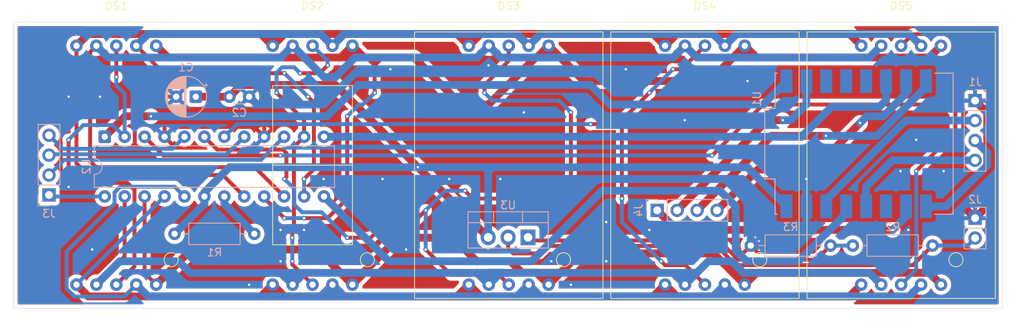
<source format=kicad_pcb>
(kicad_pcb (version 20241229) (generator "pcbnew") (generator_version "9.0")
  (layers (0 "F.Cu" signal) (2 "B.Cu" signal) (13 "F.Paste" user) (15 "B.Paste" user) (5 "F.SilkS" user "F.Silkscreen") (7 "B.SilkS" user "B.Silkscreen") (1 "F.Mask" user) (3 "B.Mask" user) (25 "Edge.Cuts" user))
  (net 0 "")
  (net 1 "GND")
  (net 2 "Net-(U2-V+)")
  (net 3 "Net-(DS1-B)")
  (net 4 "Net-(DS1-G)")
  (net 5 "Net-(DS1-DP)")
  (net 6 "Net-(U2-DIG_0)")
  (net 7 "Net-(DS1-C)")
  (net 8 "Net-(DS1-A)")
  (net 9 "Net-(DS1-F)")
  (net 10 "Net-(DS1-E)")
  (net 11 "Net-(DS1-D)")
  (net 12 "Net-(U2-DIG_1)")
  (net 13 "Net-(U2-DIG_2)")
  (net 14 "Net-(U2-DIG_3)")
  (net 15 "Net-(U2-DIG_4)")
  (net 16 "Net-(J1-Pin_3)")
  (net 17 "Net-(J1-Pin_2)")
  (net 18 "Net-(J1-Pin_4)")
  (net 19 "/1.5V")
  (net 20 "Net-(J3-Pin_1)")
  (net 21 "Net-(J3-Pin_2)")
  (net 22 "Net-(J3-Pin_3)")
  (net 23 "Net-(J3-Pin_4)")
  (net 24 "Net-(J4-Pin_3)")
  (net 25 "Net-(J4-Pin_4)")
  (net 26 "Net-(J4-Pin_1)")
  (net 27 "Net-(J4-Pin_2)")
  (net 28 "Net-(U2-ISET)")
  (net 29 "Net-(U3-ADJ)")
  (net 30 "Net-(U1-GPIO4)")
  (net 31 "Net-(U1-GPIO5)")
  (net 33 "Net-(U1-GPIO10)")
  (footprint "hannes_library:1106AW_1inch_7_segment" (layer "F.Cu") (at 86.08 88.24)
    (property "Reference" "DS1")
    (property "Value" "D1X8K-14BL")
  )
  (footprint "hannes_library:1106AW_1inch_7_segment" (layer "F.Cu") (at 161.08 88.24)
    (property "Reference" "DS4")
    (property "Value" "D1X8K-14BL")
  )
  (footprint "hannes_library:1106AW_1inch_7_segment" (layer "F.Cu") (at 186.08 88.24)
    (property "Reference" "DS5")
    (property "Value" "D1X8K-14BL")
  )
  (footprint "hannes_library:1106AW_1inch_7_segment" (layer "F.Cu") (at 111.08 88.24)
    (property "Reference" "DS2")
    (property "Value" "D1X8K-14BL")
  )
  (footprint "hannes_library:1106AW_1inch_7_segment" (layer "F.Cu") (at 136.08 88.24)
    (property "Reference" "DS3")
    (property "Value" "D1X8K-14BL")
  )
  (footprint "Resistor_THT:R_Axial_DIN0207_L6.3mm_D2.5mm_P10.16mm_Horizontal" (layer "B.Cu") (at 177.08 98.5 180)
    (property "Reference" "R3")
    (property "Value" "48R")
  )
  (footprint "Connector_PinHeader_2.54mm:PinHeader_1x04_P2.54mm_Vertical" (layer "B.Cu") (at 77.5 92.04)
    (property "Reference" "J3")
    (property "Value" "Conn_01x04_Pin")
  )
  (footprint "Resistor_THT:R_Axial_DIN0207_L6.3mm_D2.5mm_P10.16mm_Horizontal" (layer "B.Cu") (at 190.08 98.5 180)
    (property "Reference" "R2")
    (property "Value" "240R")
  )
  (footprint "Connector_PinHeader_2.54mm:PinHeader_1x02_P2.54mm_Vertical" (layer "B.Cu") (at 195.5 95 180)
    (property "Reference" "J2")
    (property "Value" "Conn_01x02_Pin")
  )
  (footprint "Package_DIP:DIP-24_W7.62mm" (layer "B.Cu") (at 84.600392 84.612277 -90)
    (property "Reference" "U2")
    (property "Value" "MAX7219")
  )
  (footprint "Capacitor_THT:CP_Radial_D5.0mm_P2.50mm" (layer "B.Cu") (at 96.205113 79.5 180)
    (property "Reference" "C1")
    (property "Value" "10uF")
  )
  (footprint "Resistor_THT:R_Axial_DIN0207_L6.3mm_D2.5mm_P10.16mm_Horizontal" (layer "B.Cu") (at 93.5 97)
    (property "Reference" "R1")
    (property "Value" "100K")
  )
  (footprint "Connector_PinHeader_2.54mm:PinHeader_1x04_P2.54mm_Vertical" (layer "B.Cu") (at 155 94 -90)
    (property "Reference" "J4")
    (property "Value" "Conn_01x04_Pin")
  )
  (footprint "Connector_PinHeader_2.54mm:PinHeader_1x04_P2.54mm_Vertical" (layer "B.Cu") (at 195.5 80 180)
    (property "Reference" "J1")
    (property "Value" "Conn_01x04_Pin")
  )
  (footprint "foots:MODULE_ESP32-C3_SUPERMINI" (layer "B.Cu") (at 181.36 85.5 -90)
    (property "Reference" "U1")
    (property "Value" "ESP32-C3_SUPERMINI_SMD")
  )
  (footprint "Capacitor_THT:C_Disc_D3.0mm_W1.6mm_P2.50mm" (layer "B.Cu") (at 100.5 79.5)
    (property "Reference" "C2")
    (property "Value" "100nF")
  )
  (footprint "Package_TO_SOT_THT:TO-220-3_Vertical" (layer "B.Cu") (at 138.54 97.45 180)
    (property "Reference" "U3")
    (property "Value" "LM317_TO-220")
  )
  (gr_rect (start 73 70) (end 199 106.5) (stroke (width 0.05)) (fill no) (layer "Edge.Cuts"))
  (segment (start 93.705113 79.5) (end 84 79.5) (width 0.5) (layer "F.Cu") (net 1))
  (segment (start 103 79.5) (end 104.920392 81.420392) (width 0.5) (layer "F.Cu") (net 1))
  (segment (start 191.75 91.25) (end 190.5 90) (width 1) (layer "F.Cu") (net 1))
  (segment (start 93.471392 83.361277) (end 103.669392 83.361277) (width 0.5) (layer "F.Cu") (net 1))
  (segment (start 197.051 93.449) (end 197.051 81.551) (width 1) (layer "F.Cu") (net 1))
  (segment (start 93.705113 79.5) (end 92.220392 80.984721) (width 0.5) (layer "F.Cu") (net 1))
  (segment (start 104.920392 81.420392) (end 104.920392 84.612277) (width 0.5) (layer "F.Cu") (net 1))
  (segment (start 88.5 83.5) (end 88.429392 83.570608) (width 0.5) (layer "F.Cu") (net 1))
  (segment (start 131.5 90) (end 128.5 90) (width 1) (layer "F.Cu") (net 1))
  (segment (start 92.220392 80.984721) (end 92.220392 84.612277) (width 0.5) (layer "F.Cu") (net 1))
  (segment (start 131.5 90) (end 121 79.5) (width 1) (layer "F.Cu") (net 1))
  (segment (start 195.5 95) (end 191.75 91.25) (width 1) (layer "F.Cu") (net 1))
  (segment (start 92.220392 84.612277) (end 93.471392 83.361277) (width 0.5) (layer "F.Cu") (net 1))
  (segment (start 88.429392 83.570608) (end 88.429392 86.070608) (width 0.5) (layer "F.Cu") (net 1))
  (segment (start 121 79.5) (end 121 76) (width 1) (layer "F.Cu") (net 1))
  (segment (start 195.5 95) (end 197.051 93.449) (width 1) (layer "F.Cu") (net 1))
  (segment (start 197.051 81.551) (end 195.5 80) (width 1) (layer "F.Cu") (net 1))
  (segment (start 190.5 90) (end 174 90) (width 1) (layer "F.Cu") (net 1))
  (segment (start 88.429392 86.070608) (end 88.25 86.25) (width 0.5) (layer "F.Cu") (net 1))
  (segment (start 103.669392 83.361277) (end 104.920392 84.612277) (width 0.5) (layer "F.Cu") (net 1))
  (segment (start 135 90) (end 131.5 90) (width 1) (layer "F.Cu") (net 1))
  (via (at 148.5 100.5) (size 0.6) (drill 0.3) (layers "F.Cu" "B.Cu") (net 1))
  (via (at 154 96.5) (size 0.6) (drill 0.3) (layers "F.Cu" "B.Cu") (net 1))
  (via (at 166.5 77.5) (size 0.6) (drill 0.3) (layers "F.Cu" "B.Cu") (net 1))
  (via (at 110 96.5) (size 0.6) (drill 0.3) (layers "F.Cu" "B.Cu") (net 1))
  (via (at 120 90) (size 0.6) (drill 0.3) (layers "F.Cu" "B.Cu") (net 1))
  (via (at 121 76) (size 0.6) (drill 0.3) (layers "F.Cu" "B.Cu") (net 1))
  (via (at 103 103.5) (size 0.6) (drill 0.3) (layers "F.Cu" "B.Cu") (net 1))
  (via (at 83 99) (size 0.6) (drill 0.3) (layers "F.Cu" "B.Cu") (net 1))
  (via (at 144 103.5) (size 0.6) (drill 0.3) (layers "F.Cu" "B.Cu") (net 1))
  (via (at 123 99) (size 0.6) (drill 0.3) (layers "F.Cu" "B.Cu") (net 1))
  (via (at 128.5 90) (size 0.6) (drill 0.3) (layers "F.Cu" "B.Cu") (net 1))
  (via (at 187 96.5) (size 0.6) (drill 0.3) (layers "F.Cu" "B.Cu") (net 1))
  (via (at 138 81.5) (size 0.6) (drill 0.3) (layers "F.Cu" "B.Cu") (net 1))
  (via (at 112.5 90) (size 0.6) (drill 0.3) (layers "F.Cu" "B.Cu") (net 1))
  (via (at 80 91) (size 0.6) (drill 0.3) (layers "F.Cu" "B.Cu") (net 1))
  (via (at 133.5 75.5) (size 0.6) (drill 0.3) (layers "F.Cu" "B.Cu") (net 1))
  (via (at 148.5 95.5) (size 0.6) (drill 0.3) (layers "F.Cu" "B.Cu") (net 1))
  (via (at 186 89) (size 0.6) (drill 0.3) (layers "F.Cu" "B.Cu") (net 1))
  (via (at 135 90) (size 0.6) (drill 0.3) (layers "F.Cu" "B.Cu") (net 1))
  (via (at 107 100.5) (size 0.6) (drill 0.3) (layers "F.Cu" "B.Cu") (net 1))
  (via (at 158.5 82.5) (size 0.6) (drill 0.3) (layers "F.Cu" "B.Cu") (net 1))
  (via (at 174 90) (size 0.6) (drill 0.3) (layers "F.Cu" "B.Cu") (net 1))
  (via (at 151 76) (size 0.6) (drill 0.3) (layers "F.Cu" "B.Cu") (net 1))
  (via (at 107 96.5) (size 0.6) (drill 0.3) (layers "F.Cu" "B.Cu") (net 1))
  (via (at 141.5 100.5) (size 0.6) (drill 0.3) (layers "F.Cu" "B.Cu") (net 1))
  (via (at 80 79.5) (size 0.6) (drill 0.3) (layers "F.Cu" "B.Cu") (net 1))
  (via (at 191.5 89) (size 0.6) (drill 0.3) (layers "F.Cu" "B.Cu") (net 1))
  (via (at 84 79.5) (size 0.6) (drill 0.3) (layers "F.Cu" "B.Cu") (net 1))
  (via (at 188 85) (size 0.6) (drill 0.3) (layers "F.Cu" "B.Cu") (net 1))
  (segment (start 166.92 92.42) (end 166.92 98.5) (width 1) (layer "B.Cu") (net 1))
  (segment (start 110 96.5) (end 107 96.5) (width 1) (layer "B.Cu") (net 1))
  (segment (start 117 76) (end 112.499 80.501) (width 1) (layer "B.Cu") (net 1))
  (segment (start 112.499 80.501) (end 104.001 80.501) (width 1) (layer "B.Cu") (net 1))
  (segment (start 135 90) (end 164.5 90) (width 1) (layer "B.Cu") (net 1))
  (segment (start 164.5 90) (end 166.92 92.42) (width 1) (layer "B.Cu") (net 1))
  (segment (start 121 76) (end 117 76) (width 1) (layer "B.Cu") (net 1))
  (segment (start 174 96) (end 171.5 98.5) (width 1) (layer "B.Cu") (net 1))
  (segment (start 174 93.485) (end 174 96) (width 1) (layer "B.Cu") (net 1))
  (segment (start 174 93.485) (end 174 90) (width 1) (layer "B.Cu") (net 1))
  (segment (start 104.001 80.501) (end 103 79.5) (width 1) (layer "B.Cu") (net 1))
  (segment (start 84 79.5) (end 80 79.5) (width 0.5) (layer "B.Cu") (net 1))
  (segment (start 171.5 98.5) (end 166.92 98.5) (width 1) (layer "B.Cu") (net 1))
  (segment (start 128.5 90) (end 120 90) (width 1) (layer "B.Cu") (net 1))
  (segment (start 102.001 77.999) (end 100.5 79.5) (width 1) (layer "F.Cu") (net 2))
  (segment (start 133.46 97.45) (end 114.009 77.999) (width 1) (layer "F.Cu") (net 2))
  (segment (start 100.5 79.5) (end 96.205113 79.5) (width 1) (layer "F.Cu") (net 2))
  (segment (start 114.009 77.999) (end 102.001 77.999) (width 1) (layer "F.Cu") (net 2))
  (via (at 124.5 88.5) (size 0.6) (drill 0.3) (layers "F.Cu" "B.Cu") (net 2))
  (segment (start 97.300392 92.232277) (end 97.300392 91.699608) (width 1) (layer "B.Cu") (net 2))
  (segment (start 133.46 88.96) (end 133 88.5) (width 1) (layer "B.Cu") (net 2))
  (segment (start 97.300392 91.699608) (end 100.5 88.5) (width 1) (layer "B.Cu") (net 2))
  (segment (start 133.54 88.96) (end 134 88.5) (width 1) (layer "B.Cu") (net 2))
  (segment (start 166.475 88.5) (end 171.46 93.485) (width 1) (layer "B.Cu") (net 2))
  (segment (start 124.5 88.5) (end 133 88.5) (width 1) (layer "B.Cu") (net 2))
  (segment (start 133.46 97.45) (end 133.46 88.96) (width 1) (layer "B.Cu") (net 2))
  (segment (start 133.46 88.96) (end 133.54 88.96) (width 1) (layer "B.Cu") (net 2))
  (segment (start 97.300392 92.232277) (end 97.300392 93.199608) (width 1) (layer "B.Cu") (net 2))
  (segment (start 134 88.5) (end 166.475 88.5) (width 1) (layer "B.Cu") (net 2))
  (segment (start 97.300392 93.199608) (end 93.5 97) (width 1) (layer "B.Cu") (net 2))
  (segment (start 100.5 88.5) (end 124.5 88.5) (width 1) (layer "B.Cu") (net 2))
  (segment (start 133 88.5) (end 134 88.5) (width 1) (layer "B.Cu") (net 2))
  (segment (start 167.661 74.501) (end 189.659 74.501) (width 1) (layer "F.Cu") (net 3))
  (segment (start 117.662 74.5) (end 119 74.5) (width 1) (layer "F.Cu") (net 3))
  (segment (start 107.5 95) (end 104.920392 92.420392) (width 0.5) (layer "F.Cu") (net 3))
  (segment (start 119 75.5) (end 118 74.5) (width 0.5) (layer "F.Cu") (net 3))
  (segment (start 91.16 73) (end 92.661 74.501) (width 1) (layer "F.Cu") (net 3))
  (segment (start 116.16 73) (end 117.661 74.501) (width 1) (layer "F.Cu") (net 3))
  (segment (start 124 74.5) (end 120 74.5) (width 1) (layer "F.Cu") (net 3))
  (segment (start 141.16 74.341) (end 141.16 73) (width 1) (layer "F.Cu") (net 3))
  (segment (start 141 74.501) (end 141.16 74.341) (width 1) (layer "F.Cu") (net 3))
  (segment (start 139.5 74.5) (end 133.5 80.5) (width 1) (layer "F.Cu") (net 3))
  (segment (start 142.661 74.501) (end 145.66 77.5) (width 1) (layer "F.Cu") (net 3))
  (segment (start 166.5 74.5) (end 166.16 74.16) (width 1) (layer "F.Cu") (net 3))
  (segment (start 189.659 74.501) (end 191.16 73) (width 1) (layer "F.Cu") (net 3))
  (segment (start 139.659 74.501) (end 139.658 74.5) (width 1) (layer "F.Cu") (net 3))
  (segment (start 141.16 73) (end 142.661 74.501) (width 1) (layer "F.Cu") (net 3))
  (segment (start 113 95) (end 110 95) (width 0.5) (layer "F.Cu") (net 3))
  (segment (start 167.661 74.501) (end 166.5 74.501) (width 1) (layer "F.Cu") (net 3))
  (segment (start 145.66 77.5) (end 161.66 77.5) (width 1) (layer "F.Cu") (net 3))
  (segment (start 119 75.5) (end 120 74.5) (width 0.5) (layer "F.Cu") (net 3))
  (segment (start 115.5 92.5) (end 113 95) (width 0.5) (layer "F.Cu") (net 3))
  (segment (start 119 74.5) (end 120 74.5) (width 1) (layer "F.Cu") (net 3))
  (segment (start 133.5 80.5) (end 130 80.5) (width 1) (layer "F.Cu") (net 3))
  (segment (start 166.5 74.501) (end 166.5 74.5) (width 1) (layer "F.Cu") (net 3))
  (segment (start 116 74.501) (end 116.16 74.341) (width 1) (layer "F.Cu") (net 3))
  (segment (start 142.661 74.501) (end 141 74.501) (width 1) (layer "F.Cu") (net 3))
  (segment (start 139.659 74.501) (end 141.16 73) (width 1) (layer "F.Cu") (net 3))
  (segment (start 92.661 74.501) (end 114.659 74.501) (width 1) (layer "F.Cu") (net 3))
  (segment (start 118 74.5) (end 117.662 74.5) (width 0.5) (layer "F.Cu") (net 3))
  (segment (start 114.659 74.501) (end 116.16 73) (width 1) (layer "F.Cu") (net 3))
  (segment (start 119 79) (end 119 75.5) (width 0.5) (layer "F.Cu") (net 3))
  (segment (start 104.920392 92.420392) (end 104.920392 92.232277) (width 0.5) (layer "F.Cu") (net 3))
  (segment (start 119 75.5) (end 119 74.5) (width 0.5) (layer "F.Cu") (net 3))
  (segment (start 116.16 74.341) (end 116.16 73) (width 1) (layer "F.Cu") (net 3))
  (segment (start 139.658 74.5) (end 139.5 74.5) (width 1) (layer "F.Cu") (net 3))
  (segment (start 130 80.5) (end 124 74.5) (width 1) (layer "F.Cu") (net 3))
  (segment (start 166.5 74.501) (end 164.659 74.501) (width 1) (layer "F.Cu") (net 3))
  (segment (start 166.16 73) (end 167.661 74.501) (width 1) (layer "F.Cu") (net 3))
  (segment (start 116 74.501) (end 114.659 74.501) (width 1) (layer "F.Cu") (net 3))
  (segment (start 166.16 74.16) (end 166.16 73) (width 1) (layer "F.Cu") (net 3))
  (segment (start 161.66 77.5) (end 164.659 74.501) (width 1) (layer "F.Cu") (net 3))
  (segment (start 117.661 74.501) (end 116 74.501) (width 1) (layer "F.Cu") (net 3))
  (segment (start 117.661 74.501) (end 117.662 74.5) (width 1) (layer "F.Cu") (net 3))
  (segment (start 115.5 82) (end 115.5 92.5) (width 0.5) (layer "F.Cu") (net 3))
  (segment (start 164.659 74.501) (end 166.16 73) (width 1) (layer "F.Cu") (net 3))
  (segment (start 141 74.501) (end 139.659 74.501) (width 1) (layer "F.Cu") (net 3))
  (via (at 115.5 82) (size 0.6) (drill 0.3) (layers "F.Cu" "B.Cu") (net 3))
  (via (at 110 95) (size 0.6) (drill 0.3) (layers "F.Cu" "B.Cu") (net 3))
  (via (at 119 79) (size 0.6) (drill 0.3) (layers "F.Cu" "B.Cu") (net 3))
  (via (at 107.5 95) (size 0.6) (drill 0.3) (layers "F.Cu" "B.Cu") (net 3))
  (segment (start 119 79) (end 117.5 80.5) (width 0.5) (layer "B.Cu") (net 3))
  (segment (start 117 80.5) (end 115.5 82) (width 0.5) (layer "B.Cu") (net 3))
  (segment (start 117.5 80.5) (end 117 80.5) (width 0.5) (layer "B.Cu") (net 3))
  (segment (start 110 95) (end 107.5 95) (width 0.5) (layer "B.Cu") (net 3))
  (segment (start 106 73) (end 107.501 71.499) (width 1) (layer "F.Cu") (net 4))
  (segment (start 154.499 71.499) (end 156 71.499) (width 1) (layer "F.Cu") (net 4))
  (segment (start 131 73) (end 132.501 71.499) (width 1) (layer "F.Cu") (net 4))
  (segment (start 131 71.499) (end 129.499 71.499) (width 1) (layer "F.Cu") (net 4))
  (segment (start 132.501 71.499) (end 154.499 71.499) (width 1) (layer "F.Cu") (net 4))
  (segment (start 156 73) (end 157.501 71.499) (width 1) (layer "F.Cu") (net 4))
  (segment (start 106 71.499) (end 104.499 71.499) (width 1) (layer "F.Cu") (net 4))
  (segment (start 106 73) (end 106 71.499) (width 1) (layer "F.Cu") (net 4))
  (segment (start 107.501 71.499) (end 129.499 71.499) (width 1) (layer "F.Cu") (net 4))
  (segment (start 131 71.499) (end 131 73) (width 1) (layer "F.Cu") (net 4))
  (segment (start 129.499 71.499) (end 131 73) (width 1) (layer "F.Cu") (net 4))
  (segment (start 82.5 89.5) (end 81 88) (width 0.5) (layer "F.Cu") (net 4))
  (segment (start 156 71.499) (end 156 73) (width 1) (layer "F.Cu") (net 4))
  (segment (start 156 71.499) (end 157.501 71.499) (width 1) (layer "F.Cu") (net 4))
  (segment (start 157.501 71.499) (end 179.499 71.499) (width 1) (layer "F.Cu") (net 4))
  (segment (start 107.501 71.499) (end 106 71.499) (width 1) (layer "F.Cu") (net 4))
  (segment (start 154.499 71.499) (end 156 73) (width 1) (layer "F.Cu") (net 4))
  (segment (start 179.499 71.499) (end 181 73) (width 1) (layer "F.Cu") (net 4))
  (segment (start 132.501 71.499) (end 131 71.499) (width 1) (layer "F.Cu") (net 4))
  (segment (start 82.501 71.499) (end 104.499 71.499) (width 1) (layer "F.Cu") (net 4))
  (segment (start 104.499 71.499) (end 106 73) (width 1) (layer "F.Cu") (net 4))
  (segment (start 81 88) (end 81 73) (width 0.5) (layer "F.Cu") (net 4))
  (segment (start 102.380392 92.232277) (end 99.648115 89.5) (width 0.5) (layer "F.Cu") (net 4))
  (segment (start 99.648115 89.5) (end 82.5 89.5) (width 0.5) (layer "F.Cu") (net 4))
  (segment (start 81 73) (end 82.501 71.499) (width 1) (layer "F.Cu") (net 4))
  (segment (start 116 101.979) (end 116.16 102.139) (width 1) (layer "F.Cu") (net 5))
  (segment (start 141.16 103.48) (end 142.661 101.979) (width 1) (layer "F.Cu") (net 5))
  (segment (start 136.300083 100.5) (end 132 100.5) (width 1) (layer "F.Cu") (net 5))
  (segment (start 116.16 103.48) (end 117.661 101.979) (width 1) (layer "F.Cu") (net 5))
  (segment (start 137.751083 101.951) (end 136.300083 100.5) (width 1) (layer "F.Cu") (net 5))
  (segment (start 167.661 101.979) (end 189.659 101.979) (width 1) (layer "F.Cu") (net 5))
  (segment (start 116.16 102.139) (end 116.16 103.48) (width 1) (layer "F.Cu") (net 5))
  (segment (start 142.661 101.979) (end 145.14 99.5) (width 1) (layer "F.Cu") (net 5))
  (segment (start 139.659 101.979) (end 139.631 101.951) (width 1) (layer "F.Cu") (net 5))
  (segment (start 111.68 99) (end 114.659 101.979) (width 1) (layer "F.Cu") (net 5))
  (segment (start 166.16 102.139) (end 166.16 103.48) (width 1) (layer "F.Cu") (net 5))
  (segment (start 117.661 101.979) (end 116 101.979) (width 1) (layer "F.Cu") (net 5))
  (segment (start 164.659 101.979) (end 166.16 103.48) (width 1) (layer "F.Cu") (net 5))
  (segment (start 189.659 101.979) (end 191.16 103.48) (width 1) (layer "F.Cu") (net 5))
  (segment (start 166.16 103.48) (end 167.661 101.979) (width 1) (layer "F.Cu") (net 5))
  (segment (start 117.661 101.839) (end 117.661 101.979) (width 1) (layer "F.Cu") (net 5))
  (segment (start 166 101.979) (end 164.659 101.979) (width 1) (layer "F.Cu") (net 5))
  (segment (start 116 101.979) (end 114.659 101.979) (width 1) (layer "F.Cu") (net 5))
  (segment (start 132 100.5) (end 129 97.5) (width 1) (layer "F.Cu") (net 5))
  (segment (start 141 101.979) (end 141 103.32) (width 1) (layer "F.Cu") (net 5))
  (segment (start 141 101.979) (end 139.659 101.979) (width 1) (layer "F.Cu") (net 5))
  (segment (start 139.659 101.979) (end 141.16 103.48) (width 1) (layer "F.Cu") (net 5))
  (segment (start 166 101.979) (end 166.16 102.139) (width 1) (layer "F.Cu") (net 5))
  (segment (start 122 97.5) (end 117.661 101.839) (width 1) (layer "F.Cu") (net 5))
  (segment (start 167.661 101.979) (end 166 101.979) (width 1) (layer "F.Cu") (net 5))
  (segment (start 95.64 99) (end 111.68 99) (width 1) (layer "F.Cu") (net 5))
  (segment (start 145.14 99.5) (end 162.18 99.5) (width 1) (layer "F.Cu") (net 5))
  (segment (start 89.680392 102.000392) (end 91.16 103.48) (width 0.5) (layer "F.Cu") (net 5))
  (segment (start 91.16 103.48) (end 95.64 99) (width 1) (layer "F.Cu") (net 5))
  (segment (start 114.659 101.979) (end 116.16 103.48) (width 1) (layer "F.Cu") (net 5))
  (segment (start 162.18 99.5) (end 164.659 101.979) (width 1) (layer "F.Cu") (net 5))
  (segment (start 141 103.32) (end 141.16 103.48) (width 1) (layer "F.Cu") (net 5))
  (segment (start 139.631 101.951) (end 137.751083 101.951) (width 1) (layer "F.Cu") (net 5))
  (segment (start 89.680392 92.232277) (end 89.680392 102.000392) (width 0.5) (layer "F.Cu") (net 5))
  (segment (start 142.661 101.979) (end 141 101.979) (width 1) (layer "F.Cu") (net 5))
  (segment (start 129 97.5) (end 122 97.5) (width 1) (layer "F.Cu") (net 5))
  (segment (start 87.5 90.5) (end 88.391392 91.391392) (width 0.5) (layer "F.Cu") (net 6))
  (segment (start 80 85) (end 80 88.5) (width 0.5) (layer "F.Cu") (net 6))
  (segment (start 88.391392 101.168608) (end 86.08 103.48) (width 0.5) (layer "F.Cu") (net 6))
  (segment (start 82 90.5) (end 87.5 90.5) (width 0.5) (layer "F.Cu") (net 6))
  (segment (start 88.391392 91.391392) (end 88.391392 101.168608) (width 0.5) (layer "F.Cu") (net 6))
  (segment (start 86.08 77) (end 86.08 73) (width 0.5) (layer "F.Cu") (net 6))
  (segment (start 80 88.5) (end 82 90.5) (width 0.5) (layer "F.Cu") (net 6))
  (via (at 86.08 77) (size 0.6) (drill 0.3) (layers "F.Cu" "B.Cu") (net 6))
  (via (at 80 85) (size 0.6) (drill 0.3) (layers "F.Cu" "B.Cu") (net 6))
  (segment (start 86.08 77) (end 86.08 78.08) (width 0.5) (layer "B.Cu") (net 6))
  (segment (start 81.881 83.119) (end 80 85) (width 0.5) (layer "B.Cu") (net 6))
  (segment (start 87.140392 84.612277) (end 85.647115 83.119) (width 0.5) (layer "B.Cu") (net 6))
  (segment (start 85.647115 83.119) (end 81.881 83.119) (width 0.5) (layer "B.Cu") (net 6))
  (segment (start 87.140392 79.140392) (end 87.140392 84.612277) (width 0.5) (layer "B.Cu") (net 6))
  (segment (start 86.08 78.08) (end 87.140392 79.140392) (width 0.5) (layer "B.Cu") (net 6))
  (segment (start 163.62 104.861) (end 163.62 103.48) (width 1) (layer "B.Cu") (net 7))
  (segment (start 138.62 103.48) (end 140.121 104.981) (width 1) (layer "B.Cu") (net 7))
  (segment (start 79.749 99.251) (end 79.749 103.998182) (width 0.5) (layer "B.Cu") (net 7))
  (segment (start 113.5 104.981) (end 112.119 104.981) (width 1) (layer "B.Cu") (net 7))
  (segment (start 140.121 104.981) (end 138.5 104.981) (width 1) (layer "B.Cu") (net 7))
  (segment (start 80.750818 105) (end 87.1 105) (width 0.5) (layer "B.Cu") (net 7))
  (segment (start 163.62 103.48) (end 165.121 104.981) (width 1) (layer "B.Cu") (net 7))
  (segment (start 165.121 104.981) (end 163.5 104.981) (width 1) (layer "B.Cu") (net 7))
  (segment (start 187.119 104.981) (end 188.62 103.48) (width 1) (layer "B.Cu") (net 7))
  (segment (start 112.119 104.981) (end 113.62 103.48) (width 1) (layer "B.Cu") (net 7))
  (segment (start 79.749 103.998182) (end 80.750818 105) (width 0.5) (layer "B.Cu") (net 7))
  (segment (start 94.760392 92.232277) (end 93.509392 90.981277) (width 0.5) (layer "B.Cu") (net 7))
  (segment (start 113.5 104.981) (end 113.62 104.861) (width 1) (layer "B.Cu") (net 7))
  (segment (start 138.62 104.861) (end 138.62 103.48) (width 1) (layer "B.Cu") (net 7))
  (segment (start 88.62 103.48) (end 90.121 104.981) (width 1) (layer "B.Cu") (net 7))
  (segment (start 138.5 104.981) (end 138.62 104.861) (width 1) (layer "B.Cu") (net 7))
  (segment (start 140.121 104.981) (end 162.119 104.981) (width 1) (layer "B.Cu") (net 7))
  (segment (start 138.5 104.981) (end 137.119 104.981) (width 1) (layer "B.Cu") (net 7))
  (segment (start 137.119 104.981) (end 138.62 103.48) (width 1) (layer "B.Cu") (net 7))
  (segment (start 93.509392 90.981277) (end 86.58421 90.981277) (width 0.5) (layer "B.Cu") (net 7))
  (segment (start 113.62 104.861) (end 113.62 103.48) (width 1) (layer "B.Cu") (net 7))
  (segment (start 165.121 104.981) (end 187.119 104.981) (width 1) (layer "B.Cu") (net 7))
  (segment (start 115.121 104.981) (end 137.119 104.981) (width 1) (layer "B.Cu") (net 7))
  (segment (start 162.119 104.981) (end 163.62 103.48) (width 1) (layer "B.Cu") (net 7))
  (segment (start 87.1 105) (end 88.62 103.48) (width 0.5) (layer "B.Cu") (net 7))
  (segment (start 85.851392 91.714095) (end 85.851392 93.148608) (width 0.5) (layer "B.Cu") (net 7))
  (segment (start 113.62 103.48) (end 115.121 104.981) (width 1) (layer "B.Cu") (net 7))
  (segment (start 86.58421 90.981277) (end 85.851392 91.714095) (width 0.5) (layer "B.Cu") (net 7))
  (segment (start 163.5 104.981) (end 163.62 104.861) (width 1) (layer "B.Cu") (net 7))
  (segment (start 90.121 104.981) (end 112.119 104.981) (width 1) (layer "B.Cu") (net 7))
  (segment (start 163.5 104.981) (end 162.119 104.981) (width 1) (layer "B.Cu") (net 7))
  (segment (start 85.851392 93.148608) (end 79.749 99.251) (width 0.5) (layer "B.Cu") (net 7))
  (segment (start 115.121 104.981) (end 113.5 104.981) (width 1) (layer "B.Cu") (net 7))
  (segment (start 107.5 76.5) (end 92.12 76.5) (width 0.5) (layer "F.Cu") (net 8))
  (segment (start 111.251392 88.749392) (end 111.251392 80.251392) (width 0.5) (layer "F.Cu") (net 8))
  (segment (start 92.12 76.5) (end 88.62 73) (width 0.5) (layer "F.Cu") (net 8))
  (segment (start 110.000392 90.000392) (end 111.251392 88.749392) (width 0.5) (layer "F.Cu") (net 8))
  (segment (start 111.251392 80.251392) (end 110.5 79.5) (width 0.5) (layer "F.Cu") (net 8))
  (via (at 107.5 76.5) (size 0.6) (drill 0.3) (layers "F.Cu" "B.Cu") (net 8))
  (via (at 110.5 79.5) (size 0.6) (drill 0.3) (layers "F.Cu" "B.Cu") (net 8))
  (via (at 110.000392 90.000392) (size 0.6) (drill 0.3) (layers "F.Cu" "B.Cu") (net 8))
  (segment (start 115.121 71.499) (end 137.119 71.499) (width 1) (layer "B.Cu") (net 8))
  (segment (start 113.62 73) (end 115.121 71.499) (width 1) (layer "B.Cu") (net 8))
  (segment (start 138.62 73) (end 140.121 71.499) (width 1) (layer "B.Cu") (net 8))
  (segment (start 163.62 73) (end 165.121 71.499) (width 1) (layer "B.Cu") (net 8))
  (segment (start 110.5 79.5) (end 107.5 76.5) (width 0.5) (layer "B.Cu") (net 8))
  (segment (start 140.121 71.499) (end 162.119 71.499) (width 1) (layer "B.Cu") (net 8))
  (segment (start 90.121 71.499) (end 112.119 71.499) (width 1) (layer "B.Cu") (net 8))
  (segment (start 137.119 71.499) (end 138.62 73) (width 1) (layer "B.Cu") (net 8))
  (segment (start 110 90) (end 110.000392 90.000392) (width 0.5) (layer "B.Cu") (net 8))
  (segment (start 88.62 73) (end 90.121 71.499) (width 1) (layer "B.Cu") (net 8))
  (segment (start 187.119 71.499) (end 188.62 73) (width 1) (layer "B.Cu") (net 8))
  (segment (start 112.119 71.499) (end 113.62 73) (width 1) (layer "B.Cu") (net 8))
  (segment (start 162.119 71.499) (end 163.62 73) (width 1) (layer "B.Cu") (net 8))
  (segment (start 165.121 71.499) (end 187.119 71.499) (width 1) (layer "B.Cu") (net 8))
  (segment (start 110.000392 92.232277) (end 110.000392 90.000392) (width 0.5) (layer "B.Cu") (net 8))
  (segment (start 107.460392 92.232277) (end 103.728115 88.5) (width 0.5) (layer "F.Cu") (net 9))
  (segment (start 82.740001 87.740001) (end 82.740001 73.799999) (width 0.5) (layer "F.Cu") (net 9))
  (segment (start 82.740001 73.799999) (end 83.54 73) (width 0.5) (layer "F.Cu") (net 9))
  (segment (start 83.5 88.5) (end 82.740001 87.740001) (width 0.5) (layer "F.Cu") (net 9))
  (segment (start 103.728115 88.5) (end 83.5 88.5) (width 0.5) (layer "F.Cu") (net 9))
  (segment (start 135.041 74.501) (end 157.039 74.501) (width 1) (layer "B.Cu") (net 9))
  (segment (start 83.54 73) (end 85.041 74.501) (width 1) (layer "B.Cu") (net 9))
  (segment (start 107.039 74.501) (end 108.54 73) (width 1) (layer "B.Cu") (net 9))
  (segment (start 114.001 77) (end 116.5 74.501) (width 1) (layer "B.Cu") (net 9))
  (segment (start 85.041 74.501) (end 107.039 74.501) (width 1) (layer "B.Cu") (net 9))
  (segment (start 158.54 73) (end 160.041 74.501) (width 1) (layer "B.Cu") (net 9))
  (segment (start 157.039 74.501) (end 158.54 73) (width 1) (layer "B.Cu") (net 9))
  (segment (start 160.041 74.501) (end 182.039 74.501) (width 1) (layer "B.Cu") (net 9))
  (segment (start 182.039 74.501) (end 183.54 73) (width 1) (layer "B.Cu") (net 9))
  (segment (start 132.039 74.501) (end 133.54 73) (width 1) (layer "B.Cu") (net 9))
  (segment (start 133.54 73) (end 135.041 74.501) (width 1) (layer "B.Cu") (net 9))
  (segment (start 108.54 73) (end 112.54 77) (width 1) (layer "B.Cu") (net 9))
  (segment (start 116.5 74.501) (end 132.039 74.501) (width 1) (layer "B.Cu") (net 9))
  (segment (start 112.54 77) (end 114.001 77) (width 1) (layer "B.Cu") (net 9))
  (segment (start 158 104.981) (end 179.499 104.981) (width 1) (layer "F.Cu") (net 10))
  (segment (start 81 103.48) (end 82.501 104.981) (width 1) (layer "F.Cu") (net 10))
  (segment (start 132.501 104.981) (end 154.499 104.981) (width 1) (layer "F.Cu") (net 10))
  (segment (start 106 104.981) (end 106 103.48) (width 1) (layer "F.Cu") (net 10))
  (segment (start 157.501 104.981) (end 158 104.981) (width 1) (layer "F.Cu") (net 10))
  (segment (start 156 104.981) (end 158 104.981) (width 1) (layer "F.Cu") (net 10))
  (segment (start 104.499 104.981) (end 106 103.48) (width 1) (layer "F.Cu") (net 10))
  (segment (start 131 103.48) (end 132.501 104.981) (width 1) (layer "F.Cu") (net 10))
  (segment (start 104.499 104.981) (end 106 104.981) (width 1) (layer "F.Cu") (net 10))
  (segment (start 156 103.48) (end 157.501 104.981) (width 1) (layer "F.Cu") (net 10))
  (segment (start 107.501 104.981) (end 129.499 104.981) (width 1) (layer "F.Cu") (net 10))
  (segment (start 154.499 104.981) (end 156 104.981) (width 1) (layer "F.Cu") (net 10))
  (segment (start 106 103.48) (end 107.501 104.981) (width 1) (layer "F.Cu") (net 10))
  (segment (start 106 104.981) (end 107.501 104.981) (width 1) (layer "F.Cu") (net 10))
  (segment (start 129.499 104.981) (end 131 104.981) (width 1) (layer "F.Cu") (net 10))
  (segment (start 129.499 104.981) (end 131 103.48) (width 1) (layer "F.Cu") (net 10))
  (segment (start 154.499 104.981) (end 156 103.48) (width 1) (layer "F.Cu") (net 10))
  (segment (start 82.501 104.981) (end 104.499 104.981) (width 1) (layer "F.Cu") (net 10))
  (segment (start 156 104.981) (end 156 103.48) (width 1) (layer "F.Cu") (net 10))
  (segment (start 131 104.981) (end 132.501 104.981) (width 1) (layer "F.Cu") (net 10))
  (segment (start 131 104.981) (end 131 103.48) (width 1) (layer "F.Cu") (net 10))
  (segment (start 179.499 104.981) (end 181 103.48) (width 1) (layer "F.Cu") (net 10))
  (segment (start 81 103.452669) (end 81 103.48) (width 0.5) (layer "B.Cu") (net 10))
  (segment (start 92.220392 92.232277) (end 81 103.452669) (width 0.5) (layer "B.Cu") (net 10))
  (segment (start 87.140392 99.879608) (end 83.54 103.48) (width 0.5) (layer "F.Cu") (net 11))
  (segment (start 87.140392 92.232277) (end 87.140392 99.879608) (width 0.5) (layer "F.Cu") (net 11))
  (segment (start 107.018 102) (end 106.642735 102) (width 1) (layer "B.Cu") (net 11))
  (segment (start 106.621735 101.979) (end 105.378265 101.979) (width 1) (layer "B.Cu") (net 11))
  (segment (start 133.54 103.48) (end 132.039 101.979) (width 1) (layer "B.Cu") (net 11))
  (segment (start 106.642735 102) (end 106.621735 101.979) (width 1) (layer "B.Cu") (net 11))
  (segment (start 133.5 101.979) (end 133.54 102.019) (width 1) (layer "B.Cu") (net 11))
  (segment (start 182.039 101.979) (end 166 101.979) (width 1) (layer "B.Cu") (net 11))
  (segment (start 157.039 101.979) (end 158.5 101.979) (width 1) (layer "B.Cu") (net 11))
  (segment (start 132.039 101.979) (end 136 101.979) (width 1) (layer "B.Cu") (net 11))
  (segment (start 160.041 101.979) (end 158.54 103.48) (width 1) (layer "B.Cu") (net 11))
  (segment (start 86.52 100.5) (end 83.54 103.48) (width 1) (layer "B.Cu") (net 11))
  (segment (start 105.378265 101.979) (end 105.357265 102) (width 1) (layer "B.Cu") (net 11))
  (segment (start 158.54 103.48) (end 157.039 101.979) (width 1) (layer "B.Cu") (net 11))
  (segment (start 158.5 101.979) (end 158.54 102.019) (width 1) (layer "B.Cu") (net 11))
  (segment (start 108.54 102.019) (end 108.54 103.48) (width 1) (layer "B.Cu") (net 11))
  (segment (start 132.039 101.979) (end 110.041 101.979) (width 1) (layer "B.Cu") (net 11))
  (segment (start 183.54 103.48) (end 182.039 101.979) (width 1) (layer "B.Cu") (net 11))
  (segment (start 133.5 101.979) (end 135.041 101.979) (width 1) (layer "B.Cu") (net 11))
  (segment (start 95.5 102) (end 94 100.5) (width 1) (layer "B.Cu") (net 11))
  (segment (start 105.357265 102) (end 95.5 102) (width 1) (layer "B.Cu") (net 11))
  (segment (start 94 100.5) (end 86.52 100.5) (width 1) (layer "B.Cu") (net 11))
  (segment (start 158.5 101.979) (end 160.041 101.979) (width 1) (layer "B.Cu") (net 11))
  (segment (start 166 101.979) (end 164.521 100.5) (width 1) (layer "B.Cu") (net 11))
  (segment (start 108.5 101.979) (end 110.041 101.979) (width 1) (layer "B.Cu") (net 11))
  (segment (start 164.521 100.5) (end 161.52 100.5) (width 1) (layer "B.Cu") (net 11))
  (segment (start 136 101.979) (end 135.041 101.979) (width 1) (layer "B.Cu") (net 11))
  (segment (start 107.039 101.979) (end 108.5 101.979) (width 1) (layer "B.Cu") (net 11))
  (segment (start 158.54 102.019) (end 158.54 103.48) (width 1) (layer "B.Cu") (net 11))
  (segment (start 135.041 101.979) (end 133.54 103.48) (width 1) (layer "B.Cu") (net 11))
  (segment (start 133.54 102.019) (end 133.54 103.48) (width 1) (layer "B.Cu") (net 11))
  (segment (start 161.52 100.5) (end 160.041 101.979) (width 1) (layer "B.Cu") (net 11))
  (segment (start 110.041 101.979) (end 108.54 103.48) (width 1) (layer "B.Cu") (net 11))
  (segment (start 108.54 103.48) (end 107.039 101.979) (width 1) (layer "B.Cu") (net 11))
  (segment (start 107.039 101.979) (end 107.018 102) (width 1) (layer "B.Cu") (net 11))
  (segment (start 108.5 101.979) (end 108.54 102.019) (width 1) (layer "B.Cu") (net 11))
  (segment (start 157.039 101.979) (end 136 101.979) (width 1) (layer "B.Cu") (net 11))
  (segment (start 113 75.5) (end 112.999 75.501) (width 0.5) (layer "F.Cu") (net 12))
  (segment (start 108.711392 85.901277) (end 110.000392 84.612277) (width 0.5) (layer "F.Cu") (net 12))
  (segment (start 110.000392 82.500392) (end 106.5 79) (width 0.5) (layer "F.Cu") (net 12))
  (segment (start 108.5 96.211392) (end 108.711392 96) (width 0.5) (layer "F.Cu") (net 12))
  (segment (start 110.000392 84.612277) (end 110.000392 82.500392) (width 0.5) (layer "F.Cu") (net 12))
  (segment (start 108.711392 96) (end 108.711392 85.901277) (width 0.5) (layer "F.Cu") (net 12))
  (segment (start 109.5 76.5) (end 112 76.5) (width 0.5) (layer "F.Cu") (net 12))
  (segment (start 108.5 97.5) (end 108.5 96.211392) (width 0.5) (layer "F.Cu") (net 12))
  (segment (start 108.5 100.9) (end 111.08 103.48) (width 0.5) (layer "F.Cu") (net 12))
  (segment (start 112 76.5) (end 112.999 75.501) (width 0.5) (layer "F.Cu") (net 12))
  (segment (start 108.5 100.5) (end 108.5 100.9) (width 0.5) (layer "F.Cu") (net 12))
  (via (at 108.5 97.5) (size 0.6) (drill 0.3) (layers "F.Cu" "B.Cu") (net 12))
  (via (at 106.5 79) (size 0.6) (drill 0.3) (layers "F.Cu" "B.Cu") (net 12))
  (via (at 112.999 75.501) (size 0.6) (drill 0.3) (layers "F.Cu" "B.Cu") (net 12))
  (via (at 109.5 76.5) (size 0.6) (drill 0.3) (layers "F.Cu" "B.Cu") (net 12))
  (via (at 108.5 100.5) (size 0.6) (drill 0.3) (layers "F.Cu" "B.Cu") (net 12))
  (segment (start 112.999 75.501) (end 112.999 74.919) (width 0.5) (layer "B.Cu") (net 12))
  (segment (start 112.999 74.919) (end 111.08 73) (width 0.5) (layer "B.Cu") (net 12))
  (segment (start 106.5 76.437925) (end 107.188925 75.749) (width 0.5) (layer "B.Cu") (net 12))
  (segment (start 106.5 79) (end 106.5 76.437925) (width 0.5) (layer "B.Cu") (net 12))
  (segment (start 107.188925 75.749) (end 108.749 75.749) (width 0.5) (layer "B.Cu") (net 12))
  (segment (start 108.5 100.5) (end 108.5 97.5) (width 0.5) (layer "B.Cu") (net 12))
  (segment (start 108.749 75.749) (end 109.5 76.5) (width 0.5) (layer "B.Cu") (net 12))
  (segment (start 115.5 97.5) (end 118.5 97.5) (width 0.5) (layer "F.Cu") (net 13))
  (segment (start 133 79) (end 133 78) (width 0.5) (layer "F.Cu") (net 13))
  (segment (start 128.729 102.229) (end 125.5 99) (width 0.5) (layer "F.Cu") (net 13))
  (segment (start 143 92.5) (end 131.5 92.5) (width 0.5) (layer "F.Cu") (net 13))
  (segment (start 134.829 102.229) (end 128.729 102.229) (width 0.5) (layer "F.Cu") (net 13))
  (segment (start 107.751 89.749) (end 107.5 90) (width 0.5) (layer "F.Cu") (net 13))
  (segment (start 97.300392 84.612277) (end 98.937115 86.249) (width 0.5) (layer "F.Cu") (net 13))
  (segment (start 107.311075 86.249) (end 107.751 86.688925) (width 0.5) (layer "F.Cu") (net 13))
  (segment (start 118.5 97.5) (end 120.5 95.5) (width 0.5) (layer "F.Cu") (net 13))
  (segment (start 144 91.5) (end 143 92.5) (width 0.5) (layer "F.Cu") (net 13))
  (segment (start 136.08 74.92) (end 136.08 73) (width 0.5) (layer "F.Cu") (net 13))
  (segment (start 124 95.5) (end 125.5 94) (width 0.5) (layer "F.Cu") (net 13))
  (segment (start 131.5 92.5) (end 130.5 91.5) (width 0.5) (layer "F.Cu") (net 13))
  (segment (start 120.5 95.5) (end 124 95.5) (width 0.5) (layer "F.Cu") (net 13))
  (segment (start 136.08 103.48) (end 134.829 102.229) (width 0.5) (layer "F.Cu") (net 13))
  (segment (start 98.937115 86.249) (end 107.311075 86.249) (width 0.5) (layer "F.Cu") (net 13))
  (segment (start 144 81.5) (end 144 91.5) (width 0.5) (layer "F.Cu") (net 13))
  (segment (start 133 78) (end 136.08 74.92) (width 0.5) (layer "F.Cu") (net 13))
  (segment (start 107.751 86.688925) (end 107.751 89.749) (width 0.5) (layer "F.Cu") (net 13))
  (via (at 130.5 91.5) (size 0.6) (drill 0.3) (layers "F.Cu" "B.Cu") (net 13))
  (via (at 144 81.5) (size 0.6) (drill 0.3) (layers "F.Cu" "B.Cu") (net 13))
  (via (at 107.5 90) (size 0.6) (drill 0.3) (layers "F.Cu" "B.Cu") (net 13))
  (via (at 115.5 97.5) (size 0.6) (drill 0.3) (layers "F.Cu" "B.Cu") (net 13))
  (via (at 125.5 99) (size 0.6) (drill 0.3) (layers "F.Cu" "B.Cu") (net 13))
  (via (at 133 79) (size 0.6) (drill 0.3) (layers "F.Cu" "B.Cu") (net 13))
  (via (at 125.5 94) (size 0.6) (drill 0.3) (layers "F.Cu" "B.Cu") (net 13))
  (segment (start 125.5 99) (end 125.5 94) (width 0.5) (layer "B.Cu") (net 13))
  (segment (start 108.749392 91.249392) (end 107.5 90) (width 0.5) (layer "B.Cu") (net 13))
  (segment (start 115.5 97.5) (end 112.249 94.249) (width 0.5) (layer "B.Cu") (net 13))
  (segment (start 142.5 80) (end 144 81.5) (width 0.5) (layer "B.Cu") (net 13))
  (segment (start 109.749 94.249) (end 108.749392 93.249392) (width 0.5) (layer "B.Cu") (net 13))
  (segment (start 134 80) (end 142.5 80) (width 0.5) (layer "B.Cu") (net 13))
  (segment (start 125.5 94) (end 128 91.5) (width 0.5) (layer "B.Cu") (net 13))
  (segment (start 133 79) (end 134 80) (width 0.5) (layer "B.Cu") (net 13))
  (segment (start 128 91.5) (end 130.5 91.5) (width 0.5) (layer "B.Cu") (net 13))
  (segment (start 112.249 94.249) (end 109.749 94.249) (width 0.5) (layer "B.Cu") (net 13))
  (segment (start 108.749392 93.249392) (end 108.749392 91.249392) (width 0.5) (layer "B.Cu") (net 13))
  (segment (start 158.08 76) (end 157 76) (width 0.5) (layer "F.Cu") (net 14))
  (segment (start 155.5 100.5) (end 156 101) (width 0.5) (layer "F.Cu") (net 14))
  (segment (start 156 101) (end 158.6 101) (width 0.5) (layer "F.Cu") (net 14))
  (segment (start 150.5 83.5) (end 150.5 83) (width 0.5) (layer "F.Cu") (net 14))
  (segment (start 150 83) (end 150.5 83.5) (width 0.5) (layer "F.Cu") (net 14))
  (segment (start 161.08 73) (end 158.08 76) (width 0.5) (layer "F.Cu") (net 14))
  (segment (start 150.5 83) (end 150.5 82.5) (width 0.5) (layer "F.Cu") (net 14))
  (segment (start 154 79) (end 150.5 82.5) (width 0.5) (layer "F.Cu") (net 14))
  (segment (start 150.5 82.5) (end 150 83) (width 0.5) (layer "F.Cu") (net 14))
  (segment (start 150.5 83) (end 150 83) (width 0.5) (layer "F.Cu") (net 14))
  (segment (start 150.5 92.5) (end 150.5 83.5) (width 0.5) (layer "F.Cu") (net 14))
  (segment (start 150 83) (end 146.5 83) (width 0.5) (layer "F.Cu") (net 14))
  (segment (start 158.6 101) (end 161.08 103.48) (width 0.5) (layer "F.Cu") (net 14))
  (via (at 155.5 100.5) (size 0.6) (drill 0.3) (layers "F.Cu" "B.Cu") (net 14))
  (via (at 157 76) (size 0.6) (drill 0.3) (layers "F.Cu" "B.Cu") (net 14))
  (via (at 154 79) (size 0.6) (drill 0.3) (layers "F.Cu" "B.Cu") (net 14))
  (via (at 150.5 92.5) (size 0.6) (drill 0.3) (layers "F.Cu" "B.Cu") (net 14))
  (via (at 146.5 83) (size 0.6) (drill 0.3) (layers "F.Cu" "B.Cu") (net 14))
  (segment (start 154.25 78.75) (end 154 79) (width 0.5) (layer "B.Cu") (net 14))
  (segment (start 150.5 92.5) (end 150.5 95.5) (width 0.5) (layer "B.Cu") (net 14))
  (segment (start 150.5 95.5) (end 155.5 100.5) (width 0.5) (layer "B.Cu") (net 14))
  (segment (start 99.840392 84.612277) (end 101.452669 83) (width 0.5) (layer "B.Cu") (net 14))
  (segment (start 130 83) (end 146.5 83) (width 0.5) (layer "B.Cu") (net 14))
  (segment (start 101.452669 83) (end 130 83) (width 0.5) (layer "B.Cu") (net 14))
  (segment (start 157 76) (end 154.25 78.75) (width 0.5) (layer "B.Cu") (net 14))
  (segment (start 187.58 71.5) (end 192 71.5) (width 0.5) (layer "F.Cu") (net 15))
  (segment (start 192 80.5) (end 193 81.5) (width 0.5) (layer "F.Cu") (net 15))
  (segment (start 89.680392 84.612277) (end 92.068115 87) (width 0.5) (layer "F.Cu") (net 15))
  (segment (start 192 80.5) (end 168.5 80.5) (width 0.5) (layer "F.Cu") (net 15))
  (segment (start 193 72.5) (end 193 79.5) (width 0.5) (layer "F.Cu") (net 15))
  (segment (start 193 79.5) (end 192 80.5) (width 0.5) (layer "F.Cu") (net 15))
  (segment (start 192.5 80.5) (end 193 80) (width 0.5) (layer "F.Cu") (net 15))
  (segment (start 192 80.5) (end 193 80.5) (width 0.5) (layer "F.Cu") (net 15))
  (segment (start 168.5 80.5) (end 162 87) (width 0.5) (layer "F.Cu") (net 15))
  (segment (start 92.068115 87) (end 107 87) (width 0.5) (layer "F.Cu") (net 15))
  (segment (start 186.08 73) (end 187.58 71.5) (width 0.5) (layer "F.Cu") (net 15))
  (segment (start 188 89) (end 193 84) (width 0.5) (layer "F.Cu") (net 15))
  (segment (start 192 80.5) (end 192.5 80.5) (width 0.5) (layer "F.Cu") (net 15))
  (segment (start 193 81.5) (end 193 81) (width 0.5) (layer "F.Cu") (net 15))
  (segment (start 193 80.5) (end 193 80) (width 0.5) (layer "F.Cu") (net 15))
  (segment (start 192 71.5) (end 193 72.5) (width 0.5) (layer "F.Cu") (net 15))
  (segment (start 192.5 80.5) (end 193 81) (width 0.5) (layer "F.Cu") (net 15))
  (segment (start 193 84) (end 193 81.5) (width 0.5) (layer "F.Cu") (net 15))
  (segment (start 193 81) (end 193 80.5) (width 0.5) (layer "F.Cu") (net 15))
  (segment (start 193 80) (end 193 79.5) (width 0.5) (layer "F.Cu") (net 15))
  (via (at 162 87) (size 0.6) (drill 0.3) (layers "F.Cu" "B.Cu") (net 15))
  (via (at 188 89) (size 0.6) (drill 0.3) (layers "F.Cu" "B.Cu") (net 15))
  (via (at 107 87) (size 0.6) (drill 0.3) (layers "F.Cu" "B.Cu") (net 15))
  (segment (start 188 101.56) (end 188 89) (width 0.5) (layer "B.Cu") (net 15))
  (segment (start 107 87) (end 162 87) (width 0.5) (layer "B.Cu") (net 15))
  (segment (start 186.08 103.48) (end 188 101.56) (width 0.5) (layer "B.Cu") (net 15))
  (segment (start 197.051 88.262446) (end 191.828446 93.485) (width 1) (layer "B.Cu") (net 16))
  (segment (start 191.828446 93.485) (end 189.24 93.485) (width 1) (layer "B.Cu") (net 16))
  (segment (start 197.051 86.631) (end 197.051 88.262446) (width 1) (layer "B.Cu") (net 16))
  (segment (start 195.5 85.08) (end 197.051 86.631) (width 1) (layer "B.Cu") (net 16))
  (segment (start 176.54 92.65847) (end 186.65847 82.54) (width 1) (layer "B.Cu") (net 17))
  (segment (start 186.65847 82.54) (end 195.5 82.54) (width 1) (layer "B.Cu") (net 17))
  (segment (start 176.54 93.485) (end 176.54 92.65847) (width 1) (layer "B.Cu") (net 17))
  (segment (start 184.9725 87.62) (end 181.62 90.9725) (width 1) (layer "B.Cu") (net 18))
  (segment (start 181.62 90.9725) (end 181.62 93.485) (width 1) (layer "B.Cu") (net 18))
  (segment (start 195.5 87.62) (end 184.9725 87.62) (width 1) (layer "B.Cu") (net 18))
  (segment (start 187.58 101) (end 165.024918 101) (width 0.5) (layer "F.Cu") (net 19))
  (segment (start 140.951 98.549) (end 140 99.5) (width 0.5) (layer "F.Cu") (net 19))
  (segment (start 165.024918 101) (end 162.573917 98.549) (width 0.5) (layer "F.Cu") (net 19))
  (segment (start 140 99.5) (end 136.645 99.5) (width 0.5) (layer "F.Cu") (net 19))
  (segment (start 136.645 99.5) (end 136 98.855) (width 0.5) (layer "F.Cu") (net 19))
  (segment (start 162.573917 98.549) (end 140.951 98.549) (width 0.5) (layer "F.Cu") (net 19))
  (segment (start 190.08 98.5) (end 187.58 101) (width 0.5) (layer "F.Cu") (net 19))
  (segment (start 136 98.855) (end 136 97.45) (width 0.5) (layer "F.Cu") (net 19))
  (segment (start 194.54 98.5) (end 195.5 97.54) (width 0.5) (layer "B.Cu") (net 19))
  (segment (start 190.08 98.5) (end 194.54 98.5) (width 0.5) (layer "B.Cu") (net 19))
  (segment (start 84.600392 92.232277) (end 77.692277 92.232277) (width 0.5) (layer "B.Cu") (net 20))
  (segment (start 77.692277 92.232277) (end 77.5 92.04) (width 0.5) (layer "B.Cu") (net 20))
  (segment (start 79.451 87.549) (end 104.523669 87.549) (width 0.5) (layer "B.Cu") (net 21))
  (segment (start 77.5 89.5) (end 79.451 87.549) (width 0.5) (layer "B.Cu") (net 21))
  (segment (start 104.523669 87.549) (end 107.460392 84.612277) (width 0.5) (layer "B.Cu") (net 21))
  (segment (start 77.612 86.848) (end 77.5 86.96) (width 0.5) (layer "B.Cu") (net 22))
  (segment (start 102.380392 84.612277) (end 100.144669 86.848) (width 0.5) (layer "B.Cu") (net 22))
  (segment (start 77.5 86.96) (end 77.54 87) (width 0.5) (layer "B.Cu") (net 22))
  (segment (start 100.144669 86.848) (end 77.612 86.848) (width 0.5) (layer "B.Cu") (net 22))
  (segment (start 79.227 86.147) (end 93.225669 86.147) (width 0.5) (layer "B.Cu") (net 23))
  (segment (start 77.5 84.42) (end 79.227 86.147) (width 0.5) (layer "B.Cu") (net 23))
  (segment (start 93.225669 86.147) (end 94.760392 84.612277) (width 0.5) (layer "B.Cu") (net 23))
  (segment (start 169.58 84.5) (end 176.5 84.5) (width 1) (layer "F.Cu") (net 24))
  (segment (start 160.27 94) (end 160.08 94) (width 1) (layer "F.Cu") (net 24))
  (segment (start 160.08 94) (end 169.58 84.5) (width 1) (layer "F.Cu") (net 24))
  (via (at 176.5 84.5) (size 0.6) (drill 0.3) (layers "F.Cu" "B.Cu") (net 24))
  (segment (start 189.24 78.26) (end 183 84.5) (width 1) (layer "B.Cu") (net 24))
  (segment (start 183 84.5) (end 176.5 84.5) (width 1) (layer "B.Cu") (net 24))
  (segment (start 189.24 77.515) (end 189.24 78.26) (width 1) (layer "B.Cu") (net 24))
  (segment (start 174.89947 88.799) (end 180.849235 82.849235) (width 1) (layer "F.Cu") (net 25))
  (segment (start 162.62 94) (end 167.821 88.799) (width 1) (layer "F.Cu") (net 25))
  (segment (start 167.821 88.799) (end 174.89947 88.799) (width 1) (layer "F.Cu") (net 25))
  (segment (start 162.81 94) (end 162.62 94) (width 1) (layer "F.Cu") (net 25))
  (via (at 180.849235 82.849235) (size 0.6) (drill 0.3) (layers "F.Cu" "B.Cu") (net 25))
  (segment (start 181.69847 82) (end 183.80153 82) (width 1) (layer "B.Cu") (net 25))
  (segment (start 180.849235 82.849235) (end 181.69847 82) (width 1) (layer "B.Cu") (net 25))
  (segment (start 186.7 79.10153) (end 186.7 77.515) (width 1) (layer "B.Cu") (net 25))
  (segment (start 183.80153 82) (end 186.7 79.10153) (width 1) (layer "B.Cu") (net 25))
  (segment (start 155 94) (end 157.5 96.5) (width 1) (layer "F.Cu") (net 26))
  (segment (start 157.5 96.5) (end 185 96.5) (width 1) (layer "F.Cu") (net 26))
  (via (at 185 96.5) (size 0.6) (drill 0.3) (layers "F.Cu" "B.Cu") (net 26))
  (segment (start 186.7 94.8) (end 186.7 93.485) (width 1) (layer "B.Cu") (net 26))
  (segment (start 185 96.5) (end 186.7 94.8) (width 1) (layer "B.Cu") (net 26))
  (segment (start 157.54 94) (end 169.04 82.5) (width 1) (layer "F.Cu") (net 27))
  (segment (start 157.54 94) (end 157.73 94) (width 1) (layer "F.Cu") (net 27))
  (segment (start 169.04 82.5) (end 171 82.5) (width 1) (layer "F.Cu") (net 27))
  (via (at 171 82.5) (size 0.6) (drill 0.3) (layers "F.Cu" "B.Cu") (net 27))
  (segment (start 174 80.5) (end 174 77.515) (width 1) (layer "B.Cu") (net 27))
  (segment (start 171 82.5) (end 172 82.5) (width 1) (layer "B.Cu") (net 27))
  (segment (start 172 82.5) (end 174 80.5) (width 1) (layer "B.Cu") (net 27))
  (segment (start 99.840392 93.180392) (end 99.840392 92.232277) (width 1) (layer "B.Cu") (net 28))
  (segment (start 103.66 97) (end 99.840392 93.180392) (width 1) (layer "B.Cu") (net 28))
  (segment (start 162.864281 97.848) (end 138.938 97.848) (width 0.5) (layer "F.Cu") (net 29))
  (segment (start 175.281 100.299) (end 165.315282 100.299) (width 0.5) (layer "F.Cu") (net 29))
  (segment (start 138.938 97.848) (end 138.54 97.45) (width 0.5) (layer "F.Cu") (net 29))
  (segment (start 177.08 98.5) (end 175.281 100.299) (width 0.5) (layer "F.Cu") (net 29))
  (segment (start 165.315282 100.299) (end 162.864281 97.848) (width 0.5) (layer "F.Cu") (net 29))
  (segment (start 177.08 98.5) (end 179.92 98.5) (width 0.5) (layer "B.Cu") (net 29))
  (segment (start 165 99.101368) (end 165 93.5) (width 1) (layer "B.Cu") (net 30))
  (segment (start 179.08 93.485) (end 179.08 94.42) (width 1) (layer "B.Cu") (net 30))
  (segment (start 179.08 94.42) (end 176.501 96.999) (width 1) (layer "B.Cu") (net 30))
  (segment (start 166.398632 100.5) (end 165 99.101368) (width 1) (layer "B.Cu") (net 30))
  (segment (start 120.808115 100.5) (end 112.540392 92.232277) (width 1) (layer "B.Cu") (net 30))
  (segment (start 173 100.5) (end 166.398632 100.5) (width 1) (layer "B.Cu") (net 30))
  (segment (start 176.501 96.999) (end 176.458265 96.999) (width 1) (layer "B.Cu") (net 30))
  (segment (start 148 91.5) (end 139 100.5) (width 1) (layer "B.Cu") (net 30))
  (segment (start 139 100.5) (end 120.808115 100.5) (width 1) (layer "B.Cu") (net 30))
  (segment (start 175.579 97.878265) (end 175.579 97.921) (width 1) (layer "B.Cu") (net 30))
  (segment (start 176.458265 96.999) (end 175.579 97.878265) (width 1) (layer "B.Cu") (net 30))
  (segment (start 175.579 97.921) (end 173 100.5) (width 1) (layer "B.Cu") (net 30))
  (segment (start 165 93.5) (end 163 91.5) (width 1) (layer "B.Cu") (net 30))
  (segment (start 163 91.5) (end 148 91.5) (width 1) (layer "B.Cu") (net 30))
  (segment (start 90.5 82) (end 87.212669 82) (width 1) (layer "F.Cu") (net 31))
  (segment (start 87.212669 82) (end 84.600392 84.612277) (width 1) (layer "F.Cu") (net 31))
  (via (at 90.5 82) (size 0.6) (drill 0.3) (layers "F.Cu" "B.Cu") (net 31))
  (segment (start 168.5 80.5) (end 171.5 77.5) (width 1) (layer "B.Cu") (net 31))
  (segment (start 90.5 82) (end 112.915628 82) (width 1) (layer "B.Cu") (net 31))
  (segment (start 146.5 78) (end 149 80.5) (width 1) (layer "B.Cu") (net 31))
  (segment (start 116.915628 78) (end 146.5 78) (width 1) (layer "B.Cu") (net 31))
  (segment (start 149 80.5) (end 168.5 80.5) (width 1) (layer "B.Cu") (net 31))
  (segment (start 112.915628 82) (end 116.915628 78) (width 1) (layer "B.Cu") (net 31))
  (segment (start 177.201 80.799) (end 173.387723 84.612277) (width 1) (layer "B.Cu") (net 33))
  (segment (start 184.16 77.515) (end 184.16 79.94306) (width 1) (layer "B.Cu") (net 33))
  (segment (start 183.30406 80.799) (end 177.201 80.799) (width 1) (layer "B.Cu") (net 33))
  (segment (start 184.16 79.94306) (end 183.30406 80.799) (width 1) (layer "B.Cu") (net 33))
  (segment (start 173.387723 84.612277) (end 112.540392 84.612277) (width 1) (layer "B.Cu") (net 33))
  (zone (net 1) (net_name "GND") (layers "F.Cu" "B.Cu") (connect_pads (clearance 0.5)) (min_thickness 0.25) (fill yes (thermal_gap 0.5) (thermal_bridge_width 0.5))
    (polygon (pts (xy 73 70) (xy 73 106.5) (xy 199 106.5) (xy 199 70)))
  )
)
</source>
